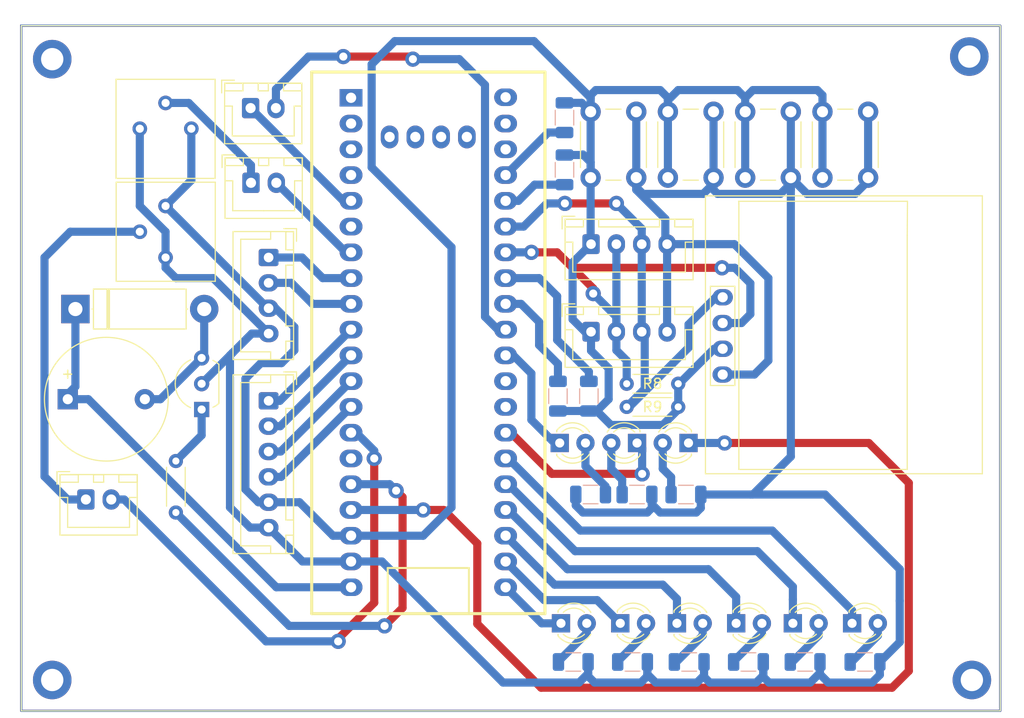
<source format=kicad_pcb>
(kicad_pcb (version 20240108) (generator "pcbnew") (generator_version "8.0")
  (layers (0 "F.Cu" signal) (31 "B.Cu" signal) (34 "B.Paste" user) (35 "F.Paste" user) (36 "B.SilkS" user "B.Silkscreen") (37 "F.SilkS" user "F.Silkscreen") (38 "B.Mask" user) (39 "F.Mask" user) (44 "Edge.Cuts" user))
  (net 0 "")
  (net 1 "+5V")
  (net 2 "SCL")
  (net 3 "GND")
  (net 4 "SDA")
  (net 5 "Net-(BZ1--)")
  (net 6 "Net-(D1-A)")
  (net 7 "LED_GREEN")
  (net 8 "Net-(D2-A)")
  (net 9 "LED_YELLOW")
  (net 10 "LED_RED")
  (net 11 "Net-(D3-A)")
  (net 12 "LED1")
  (net 13 "Net-(D4-A)")
  (net 14 "Net-(D5-A)")
  (net 15 "LED2")
  (net 16 "LED3")
  (net 17 "Net-(D6-A)")
  (net 18 "LED4")
  (net 19 "Net-(D7-A)")
  (net 20 "LED5")
  (net 21 "Net-(D8-A)")
  (net 22 "Net-(D9-A)")
  (net 23 "LED6")
  (net 24 "SCK")
  (net 25 "MISO")
  (net 26 "SS")
  (net 27 "MOSI")
  (net 28 "PA3")
  (net 29 "PA2")
  (net 30 "R")
  (net 31 "SWO")
  (net 32 "Net-(J6-Pin_1)")
  (net 33 "P1")
  (net 34 "P2")
  (net 35 "Net-(J7-Pin_1)")
  (net 36 "Net-(Q1-B)")
  (net 37 "PB1")
  (net 38 "PB2")
  (net 39 "PB3")
  (net 40 "PB4")
  (net 41 "BUZZER")
  (net 42 "+3.3V")
  (footprint "Connector_JST:JST_XH_B4B-XH-A_1x04_P2.50mm_Vertical" (layer "F.Cu") (at 153.456 88.6)
    (property "Reference" "J5" (hide yes))
    (property "Value" "Conn_01x04")
  )
  (footprint "LED_THT:LED_D3.0mm" (layer "F.Cu") (at 173.35825 117.348)
    (property "Reference" "D5" (hide yes))
    (property "Value" "LED")
  )
  (footprint "MountingHole:MountingHole_2.2mm_M2_DIN965_Pad" (layer "F.Cu") (at 100.33 122.936)
    (property "Reference" "H4" (hide yes))
    (property "Value" "MountingHole")
  )
  (footprint "LED_THT:LED_D3.0mm" (layer "F.Cu") (at 150.49325 117.348)
    (property "Reference" "D9" (hide yes))
    (property "Value" "LED")
  )
  (footprint "Resistor_THT:R_Axial_DIN0204_L3.6mm_D1.6mm_P5.08mm_Horizontal" (layer "F.Cu") (at 162.052 96.012 180)
    (property "Reference" "R9")
    (property "Value" "4K7")
  )
  (footprint "Button_Switch_THT:SW_PUSH_6mm_H4.3mm" (layer "F.Cu") (at 157.916 66.906 -90)
    (property "Reference" "SW3" (hide yes))
    (property "Value" "SW_Push")
  )
  (footprint "Connector_JST:JST_XH_B4B-XH-A_1x04_P2.50mm_Vertical" (layer "F.Cu") (at 153.456 79.964)
    (property "Reference" "J4" (hide yes))
    (property "Value" "Conn_01x04")
  )
  (footprint "Button_Switch_THT:SW_PUSH_6mm_H4.3mm" (layer "F.Cu") (at 165.536 66.906 -90)
    (property "Reference" "SW4" (hide yes))
    (property "Value" "SW_Push")
  )
  (footprint "Connector_JST:JST_XH_B2B-XH-A_1x02_P2.50mm_Vertical" (layer "F.Cu") (at 119.928 73.914)
    (property "Reference" "J6" (hide yes))
    (property "Value" "Conn_01x02")
  )
  (footprint "Connector_JST:JST_XH_B4B-XH-A_1x04_P2.50mm_Vertical" (layer "F.Cu") (at 121.666 81.28 -90)
    (property "Reference" "J2" (hide yes))
    (property "Value" "Conn_01x04")
  )
  (footprint "Button_Switch_THT:SW_PUSH_6mm_H4.3mm" (layer "F.Cu") (at 173.156 66.906 -90)
    (property "Reference" "SW2" (hide yes))
    (property "Value" "SW_Push")
  )
  (footprint "LED_THT:LED_D3.0mm" (layer "F.Cu") (at 157.993 99.568 180)
    (property "Reference" "D2" (hide yes))
    (property "Value" "LED")
  )
  (footprint "WeAct_Black_Pill_V2.0:STM32F411_Black Pill" (layer "F.Cu") (at 125.914 116.3928)
    (property "Reference" "U2" (hide yes))
    (property "Value" "STM32F411_Black Pill")
  )
  (footprint "Button_Switch_THT:SW_PUSH_6mm_H4.3mm" (layer "F.Cu") (at 180.776 66.906 -90)
    (property "Reference" "SW1" (hide yes))
    (property "Value" "SW_Push")
  )
  (footprint "Connector_JST:JST_XH_B2B-XH-A_1x02_P2.50mm_Vertical" (layer "F.Cu") (at 119.888 66.548)
    (property "Reference" "J3" (hide yes))
    (property "Value" "Conn_01x02")
  )
  (footprint "LED_THT:LED_D3.0mm" (layer "F.Cu") (at 163.068 99.568 180)
    (property "Reference" "D1" (hide yes))
    (property "Value" "LED")
  )
  (footprint "Connector_JST:JST_XH_B2B-XH-A_1x02_P2.50mm_Vertical" (layer "F.Cu") (at 103.652 105.139)
    (property "Reference" "J7" (hide yes))
    (property "Value" "Conn_01x02")
  )
  (footprint "WeAct_Black_Pill_V2.0:128x64OLED" (layer "F.Cu") (at 177.038 89.2 90)
    (property "Reference" "U1" (hide yes))
    (property "Value" "OLED_128X64")
  )
  (footprint "LED_THT:LED_D3.0mm" (layer "F.Cu") (at 179.19525 117.348)
    (property "Reference" "D4" (hide yes))
    (property "Value" "LED")
  )
  (footprint "Diode_THT:D_5W_P12.70mm_Horizontal" (layer "F.Cu") (at 102.616 86.36)
    (property "Reference" "D11" (hide yes))
    (property "Value" "D")
  )
  (footprint "MountingHole:MountingHole_2.2mm_M2_DIN965_Pad" (layer "F.Cu") (at 191.008 122.936)
    (property "Reference" "H3" (hide yes))
    (property "Value" "MountingHole")
  )
  (footprint "WeAct_Black_Pill_V2.0:Potentiometer_Bourns_3386P_V" (layer "F.Cu") (at 116.506 73.61 90)
    (property "Reference" "RV1" (hide yes))
    (property "Value" "R_Potentiometer")
  )
  (footprint "Resistor_THT:R_Axial_DIN0204_L3.6mm_D1.6mm_P5.08mm_Horizontal" (layer "F.Cu") (at 112.522 106.426 90)
    (property "Reference" "R10" (hide yes))
    (property "Value" "1K")
  )
  (footprint "Package_TO_SOT_THT:TO-92L_Inline_Wide" (layer "F.Cu") (at 115.062 96.266 90)
    (property "Reference" "Q1" (hide yes))
    (property "Value" "SS8050")
  )
  (footprint "MountingHole:MountingHole_2.2mm_M2_DIN965_Pad" (layer "F.Cu") (at 190.754 61.468)
    (property "Reference" "H2" (hide yes))
    (property "Value" "MountingHole")
  )
  (footprint "Connector_JST:JST_XH_B6B-XH-A_1x06_P2.50mm_Vertical" (layer "F.Cu") (at 121.666 95.41 -90)
    (property "Reference" "J1" (hide yes))
    (property "Value" "Conn_01x06")
  )
  (footprint "LED_THT:LED_D3.0mm" (layer "F.Cu") (at 161.92825 117.348)
    (property "Reference" "D7" (hide yes))
    (property "Value" "LED")
  )
  (footprint "Resistor_THT:R_Axial_DIN0204_L3.6mm_D1.6mm_P5.08mm_Horizontal" (layer "F.Cu") (at 162.052 93.726 180)
    (property "Reference" "R8")
    (property "Value" "4K7")
  )
  (footprint "LED_THT:LED_D3.0mm" (layer "F.Cu") (at 150.368 99.568)
    (property "Reference" "D3" (hide yes))
    (property "Value" "LED")
  )
  (footprint "MountingHole:MountingHole_2.2mm_M2_DIN965_Pad" (layer "F.Cu") (at 100.33 61.722)
    (property "Reference" "H1" (hide yes))
    (property "Value" "MountingHole")
  )
  (footprint "LED_THT:LED_D3.0mm" (layer "F.Cu") (at 156.34025 117.348)
    (property "Reference" "D8" (hide yes))
    (property "Value" "LED")
  )
  (footprint "Buzzer_Beeper:Buzzer_12x9.5RM7.6" (layer "F.Cu") (at 101.864 95.25)
    (property "Reference" "BZ1" (hide yes))
    (property "Value" "Buzzer")
  )
  (footprint "WeAct_Black_Pill_V2.0:Potentiometer_Bourns_3386P_V" (layer "F.Cu") (at 116.536 73.74 180)
    (property "Reference" "RV2" (hide yes))
    (property "Value" "R_Potentiometer")
  )
  (footprint "LED_THT:LED_D3.0mm" (layer "F.Cu") (at 167.76525 117.348)
    (property "Reference" "D6" (hide yes))
    (property "Value" "LED")
  )
  (footprint "Resistor_SMD:R_1206_3216Metric" (layer "B.Cu") (at 150.84 67.493 -90)
    (property "Reference" "R7" (hide yes))
    (property "Value" "10K" (hide yes))
  )
  (footprint "Resistor_SMD:R_1206_3216Metric" (layer "B.Cu") (at 174.56675 121.158 180)
    (property "Reference" "R13" (hide yes))
    (property "Value" "100R" (hide yes))
  )
  (footprint "Resistor_SMD:R_1206_3216Metric" (layer "B.Cu") (at 168.97725 121.1595 180)
    (property "Reference" "R14" (hide yes))
    (property "Value" "100R" (hide yes))
  )
  (footprint "Resistor_SMD:R_1206_3216Metric" (layer "B.Cu") (at 162.814 104.648 180)
    (property "Reference" "R1" (hide yes))
    (property "Value" "100R" (hide yes))
  )
  (footprint "Resistor_SMD:R_1206_3216Metric" (layer "B.Cu") (at 157.988 104.648 180)
    (property "Reference" "R2" (hide yes))
    (property "Value" "100R" (hide yes))
  )
  (footprint "Resistor_SMD:R_1206_3216Metric" (layer "B.Cu") (at 157.54725 121.1595 180)
    (property "Reference" "R16" (hide yes))
    (property "Value" "100R" (hide yes))
  )
  (footprint "Resistor_SMD:R_1206_3216Metric" (layer "B.Cu") (at 150.194 94.95 90)
    (property "Reference" "R4" (hide yes))
    (property "Value" "10K" (hide yes))
  )
  (footprint "Resistor_SMD:R_1206_3216Metric" (layer "B.Cu") (at 163.13525 121.1595 180)
    (property "Reference" "R15" (hide yes))
    (property "Value" "100R" (hide yes))
  )
  (footprint "Resistor_SMD:R_1206_3216Metric" (layer "B.Cu") (at 153.416 104.648)
    (property "Reference" "R3" (hide yes))
    (property "Value" "100R" (hide yes))
  )
  (footprint "Resistor_SMD:R_1206_3216Metric" (layer "B.Cu") (at 180.47025 121.158 180)
    (property "Reference" "R12" (hide yes))
    (property "Value" "100R" (hide yes))
  )
  (footprint "Resistor_SMD:R_1206_3216Metric" (layer "B.Cu") (at 150.84 72.6345 -90)
    (property "Reference" "R6" (hide yes))
    (property "Value" "10K" (hide yes))
  )
  (footprint "Resistor_SMD:R_1206_3216Metric" (layer "B.Cu") (at 151.70525 121.1595 180)
    (property "Reference" "R17" (hide yes))
    (property "Value" "100R" (hide yes))
  )
  (footprint "Resistor_SMD:R_1206_3216Metric" (layer "B.Cu") (at 153.242 94.95 90)
    (property "Reference" "R5" (hide yes))
    (property "Value" "10K" (hide yes))
  )
  (gr_rect (start 97.282 58.42) (end 193.802 125.984) (stroke (width 0.2)) (fill none) (layer "F.Cu"))
  (gr_rect (start 97.282 58.42) (end 193.802 125.984) (stroke (width 0.2)) (fill none) (layer "F.Cu"))
  (gr_rect (start 97.282 58.42) (end 193.802 125.984) (stroke (width 0.2)) (fill none) (layer "B.Cu"))
  (gr_rect (start 97.282 58.42) (end 193.802 125.984) (stroke (width 0.2)) (fill none) (layer "B.Cu"))
  (gr_rect (start 97.282 58.42) (end 193.802 125.984) (stroke (width 0.1)) (fill none) (layer "F.SilkS"))
  (segment (start 101.864 95.25) (end 101.864 94.752) (width 0.8) (layer "B.Cu") (net 1))
  (segment (start 122.428 113.792) (end 103.886 95.25) (width 0.8) (layer "B.Cu") (net 1))
  (segment (start 102.616 94) (end 102.616 86.36) (width 0.8) (layer "B.Cu") (net 1))
  (segment (start 129.794 113.792) (end 122.428 113.792) (width 0.8) (layer "B.Cu") (net 1))
  (segment (start 103.886 95.25) (end 101.864 95.25) (width 0.8) (layer "B.Cu") (net 1))
  (segment (start 101.864 94.752) (end 102.616 94) (width 0.8) (layer "B.Cu") (net 1))
  (segment (start 147.574 80.772) (end 150.114 80.772) (width 0.8) (layer "F.Cu") (net 2))
  (segment (start 153.67 84.328) (end 151.638 82.296) (width 0.8) (layer "F.Cu") (net 2))
  (segment (start 153.67 84.836) (end 153.67 84.328) (width 0.8) (layer "F.Cu") (net 2))
  (segment (start 151.638 82.296) (end 166.37 82.296) (width 0.8) (layer "F.Cu") (net 2))
  (segment (start 150.114 80.772) (end 151.638 82.296) (width 0.8) (layer "F.Cu") (net 2))
  (via (at 166.37 82.296) (size 1.5) (drill 0.8) (layers "F.Cu" "B.Cu") (net 2))
  (via (at 147.574 80.772) (size 1.5) (drill 0.8) (layers "F.Cu" "B.Cu") (net 2))
  (via (at 153.67 84.836) (size 1.5) (drill 0.8) (layers "F.Cu" "B.Cu") (net 2))
  (segment (start 168.292 87.74) (end 169.164 86.868) (width 0.8) (layer "B.Cu") (net 2))
  (segment (start 167.64 82.296) (end 166.37 82.296) (width 0.8) (layer "B.Cu") (net 2))
  (segment (start 156.972 91.44) (end 156.972 93.726) (width 0.8) (layer "B.Cu") (net 2))
  (segment (start 155.956 90.424) (end 156.972 91.44) (width 0.8) (layer "B.Cu") (net 2))
  (segment (start 155.956 88.6) (end 155.956 90.424) (width 0.8) (layer "B.Cu") (net 2))
  (segment (start 153.67 84.836) (end 155.956 87.122) (width 0.8) (layer "B.Cu") (net 2))
  (segment (start 169.164 86.868) (end 169.164 83.82) (width 0.8) (layer "B.Cu") (net 2))
  (segment (start 166.438 87.74) (end 168.292 87.74) (width 0.8) (layer "B.Cu") (net 2))
  (segment (start 147.574 80.772) (end 145.034 80.772) (width 0.8) (layer "B.Cu") (net 2))
  (segment (start 155.956 88.6) (end 155.956 79.964) (width 0.8) (layer "B.Cu") (net 2))
  (segment (start 169.164 83.82) (end 167.64 82.296) (width 0.8) (layer "B.Cu") (net 2))
  (segment (start 155.956 87.122) (end 155.956 88.6) (width 0.8) (layer "B.Cu") (net 2))
  (segment (start 117.856 105.918) (end 119.848 107.91) (width 0.8) (layer "B.Cu") (net 3))
  (segment (start 157.916 73.406) (end 157.916 74.604) (width 0.8) (layer "B.Cu") (net 3))
  (segment (start 165.536 66.906) (end 165.536 73.406) (width 0.8) (layer "B.Cu") (net 3))
  (segment (start 111.506 82.296) (end 112.522 83.312) (width 0.8) (layer "B.Cu") (net 3))
  (segment (start 171.00925 123.1915) (end 175.07325 123.1915) (width 0.8) (layer "B.Cu") (net 3))
  (segment (start 158.37225 123.19) (end 159.00975 122.5525) (width 0.8) (layer "B.Cu") (net 3))
  (segment (start 108.966 68.58) (end 108.966 76.2) (width 0.8) (layer "B.Cu") (net 3))
  (segment (start 176.53 104.648) (end 183.896 112.014) (width 0.8) (layer "B.Cu") (net 3))
  (segment (start 118.11 90.678) (end 115.062 93.726) (width 0.8) (layer "B.Cu") (net 3))
  (segment (start 180.776 66.906) (end 180.776 73.406) (width 0.8) (layer "B.Cu") (net 3))
  (segment (start 169.73925 123.1915) (end 170.43975 122.491) (width 0.8) (layer "B.Cu") (net 3))
  (segment (start 176.02925 121.158) (end 176.02925 122.3695) (width 0.8) (layer "B.Cu") (net 3))
  (segment (start 132.842 111.252) (end 129.794 111.252) (width 0.8) (layer "B.Cu") (net 3))
  (segment (start 176.85125 123.1915) (end 181.16925 123.1915) (width 0.8) (layer "B.Cu") (net 3))
  (segment (start 119.848 107.91) (end 121.666 107.91) (width 0.8) (layer "B.Cu") (net 3))
  (segment (start 169.164 104.648) (end 176.53 104.648) (width 0.8) (layer "B.Cu") (net 3))
  (segment (start 112.522 83.312) (end 116.198 83.312) (width 0.8) (layer "B.Cu") (net 3))
  (segment (start 163.89725 123.1915) (end 164.59775 122.491) (width 0.8) (layer "B.Cu") (net 3))
  (segment (start 152.27625 123.19) (end 144.78 123.19) (width 0.8) (layer "B.Cu") (net 3))
  (segment (start 159.00975 122.5525) (end 159.00975 121.1595) (width 0.8) (layer "B.Cu") (net 3))
  (segment (start 172.136 75.006) (end 173.156 73.986) (width 0.8) (layer "B.Cu") (net 3))
  (segment (start 173.156 73.406) (end 173.156 74.604) (width 0.8) (layer "B.Cu") (net 3))
  (segment (start 157.916 74.35) (end 158.572 75.006) (width 0.8) (layer "B.Cu") (net 3))
  (segment (start 159.00975 122.368) (end 159.83325 123.1915) (width 0.8) (layer "B.Cu") (net 3))
  (segment (start 153.16775 122.5575) (end 153.16775 121.1595) (width 0.8) (layer "B.Cu") (net 3))
  (segment (start 120.008 88.78) (end 118.11 90.678) (width 0.8) (layer "B.Cu") (net 3))
  (segment (start 181.93275 122.428) (end 181.93275 121.158) (width 0.8) (layer "B.Cu") (net 3))
  (segment (start 165.536 74.604) (end 165.938 75.006) (width 0.8) (layer "B.Cu") (net 3))
  (segment (start 118.11 90.678) (end 117.856 90.932) (width 0.8) (layer "B.Cu") (net 3))
  (segment (start 164.2765 105.9795) (end 164.2765 104.648) (width 0.8) (layer "B.Cu") (net 3))
  (segment (start 116.198 83.312) (end 121.666 88.78) (width 0.8) (layer "B.Cu") (net 3))
  (segment (start 170.942 83.312) (end 170.942 91.44) (width 0.8) (layer "B.Cu") (net 3))
  (segment (start 170.43975 122.622) (end 171.00925 123.1915) (width 0.8) (layer "B.Cu") (net 3))
  (segment (start 183.896 119.19475) (end 181.93275 121.158) (width 0.8) (layer "B.Cu") (net 3))
  (segment (start 173.156 73.986) (end 173.156 73.406) (width 0.8) (layer "B.Cu") (net 3))
  (segment (start 164.59775 122.491) (end 164.59775 121.1595) (width 0.8) (layer "B.Cu") (net 3))
  (segment (start 108.966 76.2) (end 111.506 78.74) (width 0.8) (layer "B.Cu") (net 3))
  (segment (start 159.00975 121.1595) (end 159.00975 122.368) (width 0.8) (layer "B.Cu") (net 3))
  (segment (start 163.83 106.426) (end 164.2765 105.9795) (width 0.8) (layer "B.Cu") (net 3))
  (segment (start 144.78 123.19) (end 132.842 111.252) (width 0.8) (layer "B.Cu") (net 3))
  (segment (start 173.156 73.406) (end 173.156 100.91) (width 0.8) (layer "B.Cu") (net 3))
  (segment (start 160.274 106.426) (end 163.83 106.426) (width 0.8) (layer "B.Cu") (net 3))
  (segment (start 165.536 73.406) (end 165.536 74.604) (width 0.8) (layer "B.Cu") (net 3))
  (segment (start 125.008 111.252) (end 121.666 107.91) (width 0.8) (layer "B.Cu") (net 3))
  (segment (start 159.4505 104.648) (end 159.4505 105.6025) (width 0.8) (layer "B.Cu") (net 3))
  (segment (start 165.16725 123.1915) (end 169.73925 123.1915) (width 0.8) (layer "B.Cu") (net 3))
  (segment (start 153.80025 123.19) (end 153.16775 122.5575) (width 0.8) (layer "B.Cu") (net 3))
  (segment (start 153.16775 121.1595) (end 153.16775 122.2985) (width 0.8) (layer "B.Cu") (net 3))
  (segment (start 164.59775 121.1595) (end 164.59775 122.622) (width 0.8) (layer "B.Cu") (net 3))
  (segment (start 173.156 100.91) (end 169.418 104.648) (width 0.8) (layer "B.Cu") (net 3))
  (segment (start 159.83325 123.1915) (end 163.89725 123.1915) (width 0.8) (layer "B.Cu") (net 3))
  (segment (start 117.856 90.932) (end 117.856 105.918) (width 0.8) (layer "B.Cu") (net 3))
  (segment (start 174.756 75.006) (end 179.502 75.006) (width 0.8) (layer "B.Cu") (net 3))
  (segment (start 170.942 91.44) (end 169.562 92.82) (width 0.8) (layer "B.Cu") (net 3))
  (segment (start 158.572 75.006) (end 164.516 75.006) (width 0.8) (layer "B.Cu") (net 3))
  (segment (start 160.782 79.79) (end 160.956 79.964) (width 0.8) (layer "B.Cu") (net 3))
  (segment (start 153.16775 122.2985) (end 152.27625 123.19) (width 0.8) (layer "B.Cu") (net 3))
  (segment (start 170.43975 121.1595) (end 170.43975 122.622) (width 0.8) (layer "B.Cu") (net 3))
  (segment (start 159.4505 105.9795) (end 159.4505 104.648) (width 0.8) (layer "B.Cu") (net 3))
  (segment (start 121.666 88.78) (end 120.008 88.78) (width 0.8) (layer "B.Cu") (net 3))
  (segment (start 158.37225 123.19) (end 153.80025 123.19) (width 0.8) (layer "B.Cu") (net 3))
  (segment (start 111.506 81.28) (end 111.506 82.296) (width 0.8) (layer "B.Cu") (net 3))
  (segment (start 157.916 66.906) (end 157.916 73.406) (width 0.8) (layer "B.Cu") (net 3))
  (segment (start 160.782 77.47) (end 160.782 79.79) (width 0.8) (layer "B.Cu") (net 3))
  (segment (start 183.896 115.13075) (end 183.896 119.19475) (width 0.8) (layer "B.Cu") (net 3))
  (segment (start 176.02925 122.3695) (end 176.85125 123.1915) (width 0.8) (layer "B.Cu") (net 3))
  (segment (start 164.516 75.006) (end 165.536 73.986) (width 0.8) (layer "B.Cu") (net 3))
  (segment (start 151.9535 104.648) (end 151.9535 105.7255) (width 0.8) (layer "B.Cu") (net 3))
  (segment (start 176.02925 122.2355) (end 176.02925 121.158) (width 0.8) (layer "B.Cu") (net 3))
  (segment (start 173.156 73.406) (end 174.756 75.006) (width 0.8) (layer "B.Cu") (net 3))
  (segment (start 159.4505 105.6025) (end 160.274 106.426) (width 0.8) (layer "B.Cu") (net 3))
  (segment (start 170.43975 122.491) (end 170.43975 121.1595) (width 0.8) (layer "B.Cu") (net 3))
  (segment (start 157.916 74.604) (end 160.782 77.47) (width 0.8) (layer "B.Cu") (net 3))
  (segment (start 165.536 73.986) (end 165.536 73.406) (width 0.8) (layer "B.Cu") (net 3))
  (segment (start 181.16925 123.1915) (end 181.93275 122.428) (width 0.8) (layer "B.Cu") (net 3))
  (segment (start 151.9535 105.7255) (end 152.654 106.426) (width 0.8) (layer "B.Cu") (net 3))
  (segment (start 160.956 79.964) (end 167.594 79.964) (width 0.8) (layer "B.Cu") (net 3))
  (segment (start 183.896 112.014) (end 183.896 115.13075) (width 0.8) (layer "B.Cu") (net 3))
  (segment (start 165.938 75.006) (end 172.136 75.006) (width 0.8) (layer "B.Cu") (net 3))
  (segment (start 173.156 66.906) (end 173.156 73.406) (width 0.8) (layer "B.Cu") (net 3))
  (segment (start 152.654 106.426) (end 159.004 106.426) (width 0.8) (layer "B.Cu") (net 3))
  (segment (start 164.59775 122.622) (end 165.16725 123.1915) (width 0.8) (layer "B.Cu") (net 3))
  (segment (start 160.956 79.964) (end 160.956 88.6) (width 0.8) (layer "B.Cu") (net 3))
  (segment (start 180.776 73.732) (end 180.776 73.406) (width 0.8) (layer "B.Cu") (net 3))
  (segment (start 175.07325 123.1915) (end 176.02925 122.2355) (width 0.8) (layer "B.Cu") (net 3))
  (segment (start 169.562 92.82) (end 166.438 92.82) (width 0.8) (layer "B.Cu") (net 3))
  (segment (start 169.418 104.648) (end 169.164 104.648) (width 0.8) (layer "B.Cu") (net 3))
  (segment (start 111.506 78.74) (end 111.506 81.28) (width 0.8) (layer "B.Cu") (net 3))
  (segment (start 169.164 104.648) (end 164.2765 104.648) (width 0.8) (layer "B.Cu") (net 3))
  (segment (start 129.794 111.252) (end 125.008 111.252) (width 0.8) (layer "B.Cu") (net 3))
  (segment (start 159.004 106.426) (end 159.4505 105.9795) (width 0.8) (layer "B.Cu") (net 3))
  (segment (start 157.916 73.406) (end 157.916 74.35) (width 0.8) (layer "B.Cu") (net 3))
  (segment (start 167.594 79.964) (end 170.942 83.312) (width 0.8) (layer "B.Cu") (net 3))
  (segment (start 179.502 75.006) (end 180.776 73.732) (width 0.8) (layer "B.Cu") (net 3))
  (segment (start 155.956 75.946) (end 150.876 75.946) (width 0.8) (layer "F.Cu") (net 4))
  (via (at 150.876 75.946) (size 1.5) (drill 0.8) (layers "F.Cu" "B.Cu") (net 4))
  (via (at 155.956 75.946) (size 1.5) (drill 0.8) (layers "F.Cu" "B.Cu") (net 4))
  (segment (start 158.75 94.234) (end 156.972 96.012) (width 0.8) (layer "B.Cu") (net 4))
  (segment (start 158.75 88.894) (end 158.75 94.234) (width 0.8) (layer "B.Cu") (net 4))
  (segment (start 158.456 88.6) (end 158.75 88.894) (width 0.8) (layer "B.Cu") (net 4))
  (segment (start 157.226 96.012) (end 156.972 96.012) (width 0.8) (layer "B.Cu") (net 4))
  (segment (start 163.068 87.884) (end 163.068 90.17) (width 0.8) (layer "B.Cu") (net 4))
  (segment (start 163.068 90.17) (end 157.226 96.012) (width 0.8) (layer "B.Cu") (net 4))
  (segment (start 158.456 78.446) (end 155.956 75.946) (width 0.8) (layer "B.Cu") (net 4))
  (segment (start 165.752 85.2) (end 163.068 87.884) (width 0.8) (layer "B.Cu") (net 4))
  (segment (start 158.456 88.6) (end 158.456 79.964) (width 0.8) (layer "B.Cu") (net 4))
  (segment (start 149.098 75.946) (end 146.812 78.232) (width 0.8) (layer "B.Cu") (net 4))
  (segment (start 146.812 78.232) (end 145.034 78.232) (width 0.8) (layer "B.Cu") (net 4))
  (segment (start 158.456 79.964) (end 158.456 78.446) (width 0.8) (layer "B.Cu") (net 4))
  (segment (start 166.438 85.2) (end 165.752 85.2) (width 0.8) (layer "B.Cu") (net 4))
  (segment (start 150.876 75.946) (end 149.098 75.946) (width 0.8) (layer "B.Cu") (net 4))
  (segment (start 115.316 86.36) (end 115.316 90.932) (width 0.8) (layer "B.Cu") (net 5))
  (segment (start 115.062 91.186) (end 110.998 95.25) (width 0.8) (layer "B.Cu") (net 5))
  (segment (start 115.316 90.932) (end 115.062 91.186) (width 0.2) (layer "B.Cu") (net 5))
  (segment (start 110.998 95.25) (end 109.464 95.25) (width 0.8) (layer "B.Cu") (net 5))
  (segment (start 161.3515 102.9315) (end 161.3515 104.648) (width 0.8) (layer "B.Cu") (net 6))
  (segment (start 161.3515 102.9315) (end 160.528 102.108) (width 0.8) (layer "B.Cu") (net 6))
  (segment (start 160.528 102.108) (end 160.528 99.568) (width 0.8) (layer "B.Cu") (net 6))
  (segment (start 147.574 97.282) (end 149.86 99.568) (width 0.8) (layer "B.Cu") (net 7))
  (segment (start 149.86 99.568) (end 150.368 99.568) (width 0.8) (layer "B.Cu") (net 7))
  (segment (start 147.574 92.71) (end 145.796 90.932) (width 0.8) (layer "B.Cu") (net 7))
  (segment (start 147.574 97.282) (end 147.574 92.71) (width 0.8) (layer "B.Cu") (net 7))
  (segment (start 145.796 90.932) (end 145.034 90.932) (width 0.2) (layer "B.Cu") (net 7))
  (segment (start 156.5255 103.1855) (end 155.453 102.113) (width 0.8) (layer "B.Cu") (net 8))
  (segment (start 155.453 102.113) (end 155.453 99.568) (width 0.8) (layer "B.Cu") (net 8))
  (segment (start 154.945 99.568) (end 154.94 99.573) (width 0.8) (layer "B.Cu") (net 8))
  (segment (start 156.5255 104.648) (end 156.5255 103.1855) (width 0.8) (layer "B.Cu") (net 8))
  (segment (start 158.496 102.616) (end 158.486333 102.606333) (width 0.8) (layer "F.Cu") (net 9))
  (segment (start 145.542 98.552) (end 145.034 98.552) (width 0.8) (layer "F.Cu") (net 9))
  (segment (start 158.486333 102.606333) (end 149.596333 102.606333) (width 0.8) (layer "F.Cu") (net 9))
  (segment (start 149.596333 102.606333) (end 145.542 98.552) (width 0.8) (layer "F.Cu") (net 9))
  (via (at 158.496 102.616) (size 1.5) (drill 0.8) (layers "F.Cu" "B.Cu") (net 9))
  (segment (start 158.496 102.616) (end 158.496 100.071) (width 0.8) (layer "B.Cu") (net 9))
  (segment (start 158.496 100.071) (end 157.993 99.568) (width 0.8) (layer "B.Cu") (net 9))
  (segment (start 184.78825 103.50825) (end 180.848 99.568) (width 0.8) (layer "F.Cu") (net 10))
  (segment (start 148.535 123.698) (end 142.24 117.403) (width 0.8) (layer "F.Cu") (net 10))
  (segment (start 180.848 99.568) (end 166.624 99.568) (width 0.8) (layer "F.Cu") (net 10))
  (segment (start 183.134 123.698) (end 184.78825 122.04375) (width 0.8) (layer "F.Cu") (net 10))
  (segment (start 183.134 123.698) (end 148.535 123.698) (width 0.8) (layer "F.Cu") (net 10))
  (segment (start 142.24 109.474) (end 142.24 117.403) (width 0.8) (layer "F.Cu") (net 10))
  (segment (start 184.78825 122.04375) (end 184.78825 103.50825) (width 0.8) (layer "F.Cu") (net 10))
  (segment (start 138.938 106.172) (end 142.24 109.474) (width 0.8) (layer "F.Cu") (net 10))
  (segment (start 136.906 106.172) (end 138.938 106.172) (width 0.8) (layer "F.Cu") (net 10))
  (via (at 136.906 106.172) (size 1.5) (drill 0.8) (layers "F.Cu" "B.Cu") (net 10))
  (via (at 166.624 99.568) (size 1.5) (drill 0.8) (layers "F.Cu" "B.Cu") (net 10))
  (segment (start 166.624 99.568) (end 163.068 99.568) (width 0.8) (layer "B.Cu") (net 10))
  (segment (start 136.906 106.172) (end 129.794 106.172) (width 0.8) (layer "B.Cu") (net 10))
  (segment (start 154.8785 103.8245) (end 152.908 101.854) (width 0.8) (layer "B.Cu") (net 11))
  (segment (start 152.908 101.854) (end 152.908 99.568) (width 0.8) (layer "B.Cu") (net 11))
  (segment (start 154.8785 104.648) (end 154.8785 103.8245) (width 0.8) (layer "B.Cu") (net 11))
  (segment (start 154.94 104.5865) (end 154.8785 104.648) (width 0.8) (layer "B.Cu") (net 11))
  (segment (start 145.288 101.092) (end 152.4 108.204) (width 0.8) (layer "B.Cu") (net 12))
  (segment (start 171.32125 108.204) (end 179.19525 116.078) (width 0.8) (layer "B.Cu") (net 12))
  (segment (start 145.034 101.092) (end 145.288 101.092) (width 0.8) (layer "B.Cu") (net 12))
  (segment (start 152.4 108.204) (end 171.32125 108.204) (width 0.8) (layer "B.Cu") (net 12))
  (segment (start 179.19525 116.078) (end 179.19525 117.348) (width 0.8) (layer "B.Cu") (net 12))
  (segment (start 179.13875 121.158) (end 179.00775 121.158) (width 0.8) (layer "B.Cu") (net 13))
  (segment (start 181.73525 117.348) (end 181.73525 118.5615) (width 0.8) (layer "B.Cu") (net 13))
  (segment (start 181.73525 118.5615) (end 179.13875 121.158) (width 0.8) (layer "B.Cu") (net 13))
  (segment (start 175.89825 118.5565) (end 173.29675 121.158) (width 0.8) (layer "B.Cu") (net 14))
  (segment (start 175.89825 117.348) (end 175.89825 118.5565) (width 0.8) (layer "B.Cu") (net 14))
  (segment (start 173.29675 121.158) (end 173.10425 121.158) (width 0.8) (layer "B.Cu") (net 14))
  (segment (start 169.85725 110.236) (end 173.35825 113.737) (width 0.8) (layer "B.Cu") (net 15))
  (segment (start 173.35825 113.737) (end 173.35825 115.007) (width 0.8) (layer "B.Cu") (net 15))
  (segment (start 151.892 110.236) (end 169.85725 110.236) (width 0.8) (layer "B.Cu") (net 15))
  (segment (start 173.35825 115.007) (end 173.35825 117.348) (width 0.8) (layer "B.Cu") (net 15))
  (segment (start 145.034 103.632) (end 145.288 103.632) (width 0.8) (layer "B.Cu") (net 15))
  (segment (start 145.288 103.632) (end 151.892 110.236) (width 0.8) (layer "B.Cu") (net 15))
  (segment (start 145.288 106.172) (end 151.13 112.014) (width 0.8) (layer "B.Cu") (net 16))
  (segment (start 165.03125 112.014) (end 167.76525 114.748) (width 0.8) (layer "B.Cu") (net 16))
  (segment (start 151.13 112.014) (end 165.03125 112.014) (width 0.8) (layer "B.Cu") (net 16))
  (segment (start 145.034 106.172) (end 145.288 106.172) (width 0.8) (layer "B.Cu") (net 16))
  (segment (start 167.76525 114.748) (end 167.76525 117.348) (width 0.8) (layer "B.Cu") (net 16))
  (segment (start 170.30525 117.348) (end 170.30525 118.3075) (width 0.8) (layer "B.Cu") (net 17))
  (segment (start 170.30525 118.3075) (end 167.51475 121.098) (width 0.8) (layer "B.Cu") (net 17))
  (segment (start 167.51475 121.098) (end 167.51475 121.1595) (width 0.8) (layer "B.Cu") (net 17))
  (segment (start 160.528 113.538) (end 161.92825 114.93825) (width 0.8) (layer "B.Cu") (net 18))
  (segment (start 149.86 113.538) (end 145.034 108.712) (width 0.8) (layer "B.Cu") (net 18))
  (segment (start 161.92825 114.93825) (end 161.92825 117.348) (width 0.8) (layer "B.Cu") (net 18))
  (segment (start 160.528 113.538) (end 149.86 113.538) (width 0.8) (layer "B.Cu") (net 18))
  (segment (start 161.86525 121.1595) (end 161.67275 121.1595) (width 0.8) (layer "B.Cu") (net 19))
  (segment (start 164.46825 117.348) (end 164.46825 118.5565) (width 0.8) (layer "B.Cu") (net 19))
  (segment (start 164.46825 118.5565) (end 161.86525 121.1595) (width 0.8) (layer "B.Cu") (net 19))
  (segment (start 154.05425 115.062) (end 148.844 115.062) (width 0.8) (layer "B.Cu") (net 20))
  (segment (start 148.844 115.062) (end 145.034 111.252) (width 0.8) (layer "B.Cu") (net 20))
  (segment (start 156.34025 117.348) (end 154.05425 115.062) (width 0.8) (layer "B.Cu") (net 20))
  (segment (start 158.88025 118.3025) (end 156.08475 121.098) (width 0.8) (layer "B.Cu") (net 21))
  (segment (start 158.88025 117.348) (end 158.88025 118.3025) (width 0.8) (layer "B.Cu") (net 21))
  (segment (start 156.08475 121.098) (end 156.08475 121.1595) (width 0.8) (layer "B.Cu") (net 21))
  (segment (start 153.03325 117.348) (end 153.03325 118.3075) (width 0.8) (layer "B.Cu") (net 22))
  (segment (start 150.24275 121.098) (end 150.24275 121.1595) (width 0.8) (layer "B.Cu") (net 22))
  (segment (start 153.03325 118.3075) (end 150.24275 121.098) (width 0.8) (layer "B.Cu") (net 22))
  (segment (start 148.59 117.348) (end 145.034 113.792) (width 0.8) (layer "B.Cu") (net 23))
  (segment (start 150.49325 117.348) (end 148.59 117.348) (width 0.8) (layer "B.Cu") (net 23))
  (segment (start 121.666 97.91) (end 122.816 97.91) (width 0.8) (layer "B.Cu") (net 24))
  (segment (start 122.816 97.91) (end 129.794 90.932) (width 0.8) (layer "B.Cu") (net 24))
  (segment (start 122.856 100.41) (end 129.794 93.472) (width 0.8) (layer "B.Cu") (net 25))
  (segment (start 121.666 100.41) (end 122.856 100.41) (width 0.8) (layer "B.Cu") (net 25))
  (segment (start 122.776 95.41) (end 129.794 88.392) (width 0.8) (layer "B.Cu") (net 26))
  (segment (start 121.666 95.41) (end 122.776 95.41) (width 0.8) (layer "B.Cu") (net 26))
  (segment (start 122.896 102.91) (end 129.794 96.012) (width 0.8) (layer "B.Cu") (net 27))
  (segment (start 121.666 102.91) (end 122.896 102.91) (width 0.8) (layer "B.Cu") (net 27))
  (segment (start 125.984 85.852) (end 129.794 85.852) (width 0.8) (layer "B.Cu") (net 28))
  (segment (start 123.912 83.78) (end 125.984 85.852) (width 0.8) (layer "B.Cu") (net 28))
  (segment (start 121.666 83.78) (end 123.912 83.78) (width 0.8) (layer "B.Cu") (net 28))
  (segment (start 121.666 81.28) (end 124.968 81.28) (width 0.8) (layer "B.Cu") (net 29))
  (segment (start 127 83.312) (end 129.794 83.312) (width 0.8) (layer "B.Cu") (net 29))
  (segment (start 124.968 81.28) (end 127 83.312) (width 0.8) (layer "B.Cu") (net 29))
  (segment (start 119.888 66.548) (end 129.032 75.692) (width 0.8) (layer "B.Cu") (net 30))
  (segment (start 129.032 75.692) (end 129.794 75.692) (width 0.8) (layer "B.Cu") (net 30))
  (segment (start 129.032 61.468) (end 135.636 61.468) (width 0.8) (layer "F.Cu") (net 31))
  (segment (start 135.636 61.468) (end 135.89 61.722) (width 0.8) (layer "F.Cu") (net 31))
  (via (at 135.89 61.722) (size 1.5) (drill 0.8) (layers "F.Cu" "B.Cu") (net 31))
  (via (at 129.032 61.468) (size 1.5) (drill 0.8) (layers "F.Cu" "B.Cu") (net 31))
  (segment (start 125.603 61.468) (end 122.388 64.683) (width 0.8) (layer "B.Cu") (net 31))
  (segment (start 135.89 61.722) (end 140.462 61.722) (width 0.8) (layer "B.Cu") (net 31))
  (segment (start 140.462 61.722) (end 143.002 64.262) (width 0.8) (layer "B.Cu") (net 31))
  (segment (start 143.002 87.122) (end 144.272 88.392) (width 0.8) (layer "B.Cu") (net 31))
  (segment (start 143.002 64.262) (end 143.002 87.122) (width 0.8) (layer "B.Cu") (net 31))
  (segment (start 129.032 61.468) (end 125.603 61.468) (width 0.8) (layer "B.Cu") (net 31))
  (segment (start 144.272 88.392) (end 144.78 88.392) (width 0.8) (layer "B.Cu") (net 31))
  (segment (start 122.388 64.683) (end 122.388 66.548) (width 0.8) (layer "B.Cu") (net 31))
  (segment (start 144.78 88.392) (end 145.034 88.392) (width 0.2) (layer "B.Cu") (net 31))
  (segment (start 113.792 66.04) (end 119.928 72.176) (width 0.8) (layer "B.Cu") (net 32))
  (segment (start 111.506 66.04) (end 113.792 66.04) (width 0.8) (layer "B.Cu") (net 32))
  (segment (start 119.928 72.176) (end 119.928 73.914) (width 0.8) (layer "B.Cu") (net 32))
  (segment (start 129.286 80.772) (end 129.794 80.772) (width 0.8) (layer "B.Cu") (net 33))
  (segment (start 122.428 73.914) (end 129.286 80.772) (width 0.8) (layer "B.Cu") (net 33))
  (segment (start 132.08 115.316) (end 132.08 101.092) (width 0.8) (layer "F.Cu") (net 34))
  (segment (start 128.524 119.126) (end 128.524 118.872) (width 0.8) (layer "F.Cu") (net 34))
  (segment (start 128.524 118.872) (end 132.08 115.316) (width 0.8) (layer "F.Cu") (net 34))
  (via (at 132.08 101.092) (size 1.5) (drill 0.8) (layers "F.Cu" "B.Cu") (net 34))
  (via (at 128.524 119.126) (size 1.5) (drill 0.8) (layers "F.Cu" "B.Cu") (net 34))
  (segment (start 130.302 98.552) (end 129.794 98.552) (width 0.8) (layer "B.Cu") (net 34))
  (segment (start 132.08 101.092) (end 132.08 100.33) (width 0.8) (layer "B.Cu") (net 34))
  (segment (start 121.412 119.126) (end 107.425 105.139) (width 0.8) (layer "B.Cu") (net 34))
  (segment (start 107.425 105.139) (end 106.152 105.139) (width 0.8) (layer "B.Cu") (net 34))
  (segment (start 132.08 100.33) (end 130.302 98.552) (width 0.8) (layer "B.Cu") (net 34))
  (segment (start 128.524 119.126) (end 121.412 119.126) (width 0.8) (layer "B.Cu") (net 34))
  (segment (start 108.966 78.74) (end 102.108 78.74) (width 0.8) (layer "B.Cu") (net 35))
  (segment (start 102.108 78.74) (end 99.568 81.28) (width 0.8) (layer "B.Cu") (net 35))
  (segment (start 101.837 105.139) (end 103.652 105.139) (width 0.8) (layer "B.Cu") (net 35))
  (segment (start 99.568 81.28) (end 99.568 102.87) (width 0.8) (layer "B.Cu") (net 35))
  (segment (start 99.568 102.87) (end 101.837 105.139) (width 0.8) (layer "B.Cu") (net 35))
  (segment (start 115.062 98.806) (end 112.522 101.346) (width 0.8) (layer "B.Cu") (net 36))
  (segment (start 115.062 96.266) (end 115.062 98.806) (width 0.8) (layer "B.Cu") (net 36))
  (segment (start 145.034 85.852) (end 146.558 85.852) (width 0.8) (layer "B.Cu") (net 37))
  (segment (start 150.194 91.774) (end 150.194 93.4875) (width 0.8) (layer "B.Cu") (net 37))
  (segment (start 148.336 89.916) (end 150.194 91.774) (width 0.8) (layer "B.Cu") (net 37))
  (segment (start 148.336 87.63) (end 148.336 89.916) (width 0.8) (layer "B.Cu") (net 37))
  (segment (start 146.558 85.852) (end 148.336 87.63) (width 0.8) (layer "B.Cu") (net 37))
  (segment (start 150.114 85.09) (end 150.114 89.408) (width 0.8) (layer "B.Cu") (net 38))
  (segment (start 148.336 83.312) (end 150.114 85.09) (width 0.8) (layer "B.Cu") (net 38))
  (segment (start 153.242 92.536) (end 153.242 93.4875) (width 0.8) (layer "B.Cu") (net 38))
  (segment (start 150.114 89.408) (end 153.242 92.536) (width 0.8) (layer "B.Cu") (net 38))
  (segment (start 145.034 83.312) (end 148.336 83.312) (width 0.8) (layer "B.Cu") (net 38))
  (segment (start 150.84 74.097) (end 147.899 74.097) (width 0.8) (layer "B.Cu") (net 39))
  (segment (start 147.899 74.097) (end 146.304 75.692) (width 0.8) (layer "B.Cu") (net 39))
  (segment (start 146.304 75.692) (end 145.034 75.692) (width 0.8) (layer "B.Cu") (net 39))
  (segment (start 149.2305 68.9555) (end 145.034 73.152) (width 0.8) (layer "B.Cu") (net 40))
  (segment (start 150.84 68.9555) (end 149.2305 68.9555) (width 0.8) (layer "B.Cu") (net 40))
  (segment (start 133.096 117.602) (end 134.874 115.824) (width 0.8) (layer "F.Cu") (net 41))
  (segment (start 134.874 104.902) (end 134.239 104.267) (width 0.8) (layer "F.Cu") (net 41))
  (segment (start 134.874 115.824) (end 134.874 104.902) (width 0.8) (layer "F.Cu") (net 41))
  (via (at 133.096 117.602) (size 1.5) (drill 0.8) (layers "F.Cu" "B.Cu") (net 41))
  (via (at 134.239 104.267) (size 1.5) (drill 0.8) (layers "F.Cu" "B.Cu") (net 41))
  (segment (start 133.096 117.602) (end 123.698 117.602) (width 0.8) (layer "B.Cu") (net 41))
  (segment (start 123.698 117.602) (end 112.522 106.426) (width 0.8) (layer "B.Cu") (net 41))
  (segment (start 134.239 104.267) (end 133.604 103.632) (width 0.8) (layer "B.Cu") (net 41))
  (segment (start 133.604 103.632) (end 129.794 103.632) (width 0.8) (layer "B.Cu") (net 41))
  (segment (start 165.587 90.28) (end 166.438 90.28) (width 0.8) (layer "B.Cu") (net 42))
  (segment (start 175.768 64.77) (end 176.276 65.278) (width 0.8) (layer "B.Cu") (net 42))
  (segment (start 162.052 93.726) (end 162.141 93.726) (width 0.8) (layer "B.Cu") (net 42))
  (segment (start 160.528 97.79) (end 155.409 97.79) (width 0.8) (layer "B.Cu") (net 42))
  (segment (start 147.828 59.944) (end 153.416 65.532) (width 0.8) (layer "B.Cu") (net 42))
  (segment (start 153.242 96.4125) (end 150.194 96.4125) (width 0.8) (layer "B.Cu") (net 42))
  (segment (start 167.894 64.77) (end 168.656 65.532) (width 0.8) (layer "B.Cu") (net 42))
  (segment (start 122.348 86.28) (end 121.666 86.28) (width 0.8) (layer "B.Cu") (net 42))
  (segment (start 114.046 73.66) (end 111.506 76.2) (width 0.8) (layer "B.Cu") (net 42))
  (segment (start 151.638 87.376) (end 152.862 88.6) (width 0.8) (layer "B.Cu") (net 42))
  (segment (start 176.276 65.278) (end 176.276 66.906) (width 0.8) (layer "B.Cu") (net 42))
  (segment (start 153.456 79.964) (end 151.638 81.782) (width 0.8) (layer "B.Cu") (net 42))
  (segment (start 153.924 64.77) (end 160.274 64.77) (width 0.8) (layer "B.Cu") (net 42))
  (segment (start 155.409 97.79) (end 154.0315 96.4125) (width 0.8) (layer "B.Cu") (net 42))
  (segment (start 162.052 93.726) (end 162.306 93.726) (width 0.8) (layer "B.Cu") (net 42))
  (segment (start 153.416 65.278) (end 153.924 64.77) (width 0.8) (layer "B.Cu") (net 42))
  (segment (start 124.206 88.138) (end 122.348 86.28) (width 0.8) (layer "B.Cu") (net 42))
  (segment (start 153.416 65.532) (end 153.416 66.906) (width 0.8) (layer "B.Cu") (net 42))
  (segment (start 153.416 73.406) (end 153.416 71.882) (width 0.8) (layer "B.Cu") (net 42))
  (segment (start 168.656 65.532) (end 169.418 64.77) (width 0.8) (layer "B.Cu") (net 42))
  (segment (start 152.602 71.172) (end 150.84 71.172) (width 0.8) (layer "B.Cu") (net 42))
  (segment (start 161.036 65.532) (end 161.036 66.906) (width 0.8) (layer "B.Cu") (net 42))
  (segment (start 136.906 108.712) (end 139.7 105.918) (width 0.8) (layer "B.Cu") (net 42))
  (segment (start 129.794 108.712) (end 136.906 108.712) (width 0.8) (layer "B.Cu") (net 42))
  (segment (start 121.666 105.41) (end 120.65 105.41) (width 0.8) (layer "B.Cu") (net 42))
  (segment (start 120.904 91.694) (end 122.936 91.694) (width 0.8) (layer "B.Cu") (net 42))
  (segment (start 162.052 96.266) (end 160.528 97.79) (width 0.8) (layer "B.Cu") (net 42))
  (segment (start 151.638 81.782) (end 151.638 87.376) (width 0.8) (layer "B.Cu") (net 42))
  (segment (start 121.586 86.28) (end 121.666 86.28) (width 0.2) (layer "B.Cu") (net 42))
  (segment (start 162.141 93.726) (end 165.587 90.28) (width 0.8) (layer "B.Cu") (net 42))
  (segment (start 162.052 64.77) (end 167.894 64.77) (width 0.8) (layer "B.Cu") (net 42))
  (segment (start 152.862 88.6) (end 153.456 88.6) (width 0.8) (layer "B.Cu") (net 42))
  (segment (start 161.036 66.906) (end 161.036 65.786) (width 0.8) (layer "B.Cu") (net 42))
  (segment (start 124.206 90.424) (end 124.206 88.138) (width 0.8) (layer "B.Cu") (net 42))
  (segment (start 155.194 92.202) (end 155.194 95.25) (width 0.8) (layer "B.Cu") (net 42))
  (segment (start 111.506 76.2) (end 121.586 86.28) (width 0.8) (layer "B.Cu") (net 42))
  (segment (start 161.036 66.906) (end 161.036 73.406) (width 0.8) (layer "B.Cu") (net 42))
  (segment (start 168.656 66.906) (end 168.656 73.406) (width 0.8) (layer "B.Cu") (net 42))
  (segment (start 152.654 71.12) (end 152.602 71.172) (width 0.8) (layer "B.Cu") (net 42))
  (segment (start 161.036 65.786) (end 162.052 64.77) (width 0.8) (layer "B.Cu") (net 42))
  (segment (start 155.194 95.25) (end 154.0315 96.4125) (width 0.8) (layer "B.Cu") (net 42))
  (segment (start 129.54 108.966) (end 129.794 108.712) (width 0.6) (layer "B.Cu") (net 42))
  (segment (start 153.416 66.906) (end 153.416 73.406) (width 0.8) (layer "B.Cu") (net 42))
  (segment (start 153.416 79.924) (end 153.456 79.964) (width 0.8) (layer "B.Cu") (net 42))
  (segment (start 153.416 66.906) (end 153.416 65.278) (width 0.8) (layer "B.Cu") (net 42))
  (segment (start 162.052 96.012) (end 162.052 96.266) (width 0.8) (layer "B.Cu") (net 42))
  (segment (start 169.418 64.77) (end 175.768 64.77) (width 0.8) (layer "B.Cu") (net 42))
  (segment (start 153.456 90.464) (end 155.194 92.202) (width 0.8) (layer "B.Cu") (net 42))
  (segment (start 162.306 93.726) (end 162.416 93.836) (width 0.2) (layer "B.Cu") (net 42))
  (segment (start 122.936 91.694) (end 124.206 90.424) (width 0.8) (layer "B.Cu") (net 42))
  (segment (start 128.016 108.712) (end 124.714 105.41) (width 0.8) (layer "B.Cu") (net 42))
  (segment (start 139.7 105.918) (end 139.7 80.264) (width 0.8) (layer "B.Cu") (net 42))
  (segment (start 131.826 72.39) (end 131.826 62.23) (width 0.8) (layer "B.Cu") (net 42))
  (segment (start 119.38 93.218) (end 120.904 91.694) (width 0.8) (layer "B.Cu") (net 42))
  (segment (start 154.0315 96.4125) (end 153.242 96.4125) (width 0.8) (layer "B.Cu") (net 42))
  (segment (start 139.7 80.264) (end 131.826 72.39) (width 0.8) (layer "B.Cu") (net 42))
  (segment (start 160.274 64.77) (end 161.036 65.532) (width 0.8) (layer "B.Cu") (net 42))
  (segment (start 131.826 62.23) (end 134.112 59.944) (width 0.8) (layer "B.Cu") (net 42))
  (segment (start 150.84 66.0305) (end 152.5405 66.0305) (width 0.8) (layer "B.Cu") (net 42))
  (segment (start 129.794 108.712) (end 128.016 108.712) (width 0.8) (layer "B.Cu") (net 42))
  (segment (start 152.5405 66.0305) (end 153.416 66.906) (width 0.8) (layer "B.Cu") (net 42))
  (segment (start 153.416 71.882) (end 152.654 71.12) (width 0.8) (layer "B.Cu") (net 42))
  (segment (start 168.656 65.532) (end 168.656 66.906) (width 0.8) (layer "B.Cu") (net 42))
  (segment (start 114.046 68.58) (end 114.046 73.66) (width 0.8) (layer "B.Cu") (net 42))
  (segment (start 119.38 104.14) (end 119.38 93.218) (width 0.8) (layer "B.Cu") (net 42))
  (segment (start 124.714 105.41) (end 121.666 105.41) (width 0.8) (layer "B.Cu") (net 42))
  (segment (start 153.456 88.6) (end 153.456 90.464) (width 0.8) (layer "B.Cu") (net 42))
  (segment (start 176.276 66.906) (end 176.276 73.406) (width 0.8) (layer "B.Cu") (net 42))
  (segment (start 153.416 73.406) (end 153.416 79.924) (width 0.8) (layer "B.Cu") (net 42))
  (segment (start 162.052 93.726) (end 162.052 96.012) (width 0.8) (layer "B.Cu") (net 42))
  (segment (start 120.65 105.41) (end 119.38 104.14) (width 0.8) (layer "B.Cu") (net 42))
  (segment (start 134.112 59.944) (end 147.828 59.944) (width 0.8) (layer "B.Cu") (net 42))
)
</source>
